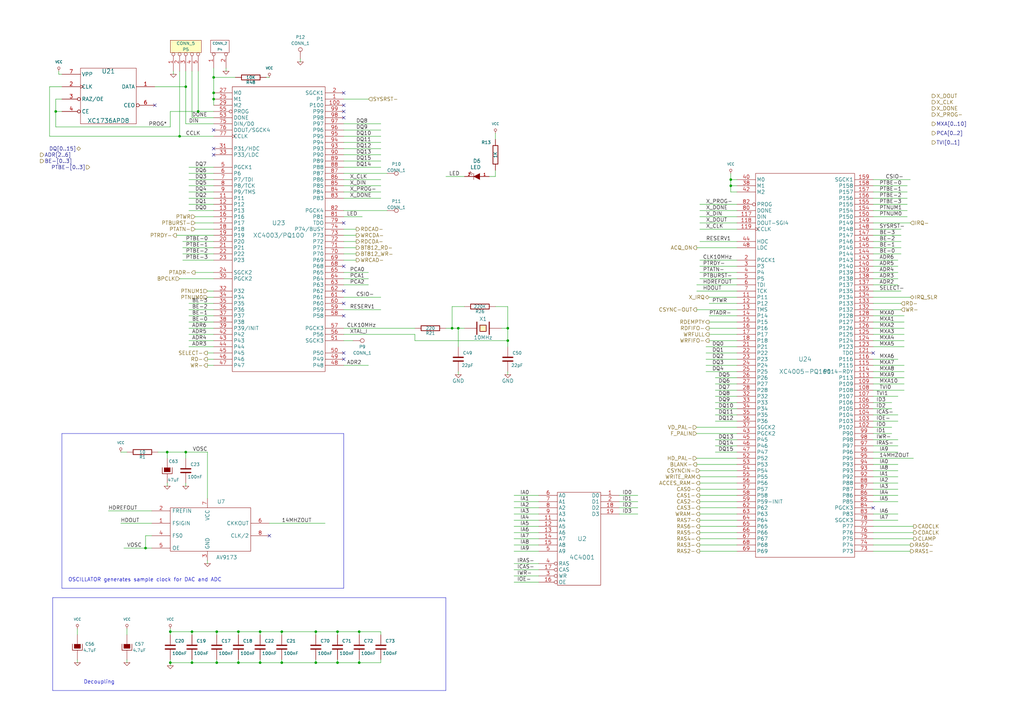
<source format=kicad_sch>
(kicad_sch (version 20200512) (host eeschema "(5.99.0-1735-ga49fde5ce-dirty)")
  (page 1 8)
  (paper "A3")
  (title_block (title "Video") (date "Sun 22 Mar 2015") (rev "2.0B") (company "Kicad EDA") (comment 1 "Xilinxs"))
  (junction (at 22.86 45.72))
  (junction (at 59.69 224.79))
  (junction (at 68.58 185.42))
  (junction (at 69.85 259.08))
  (junction (at 69.85 271.78))
  (junction (at 73.66 55.88))
  (junction (at 76.2 35.56))
  (junction (at 76.2 185.42))
  (junction (at 78.74 259.08))
  (junction (at 78.74 271.78))
  (junction (at 81.28 45.72))
  (junction (at 87.63 31.75))
  (junction (at 87.63 38.1))
  (junction (at 87.63 40.64))
  (junction (at 88.9 259.08))
  (junction (at 88.9 271.78))
  (junction (at 97.79 259.08))
  (junction (at 97.79 271.78))
  (junction (at 106.68 259.08))
  (junction (at 106.68 271.78))
  (junction (at 115.57 259.08))
  (junction (at 115.57 271.78))
  (junction (at 129.54 259.08))
  (junction (at 129.54 271.78))
  (junction (at 138.43 259.08))
  (junction (at 138.43 271.78))
  (junction (at 147.32 259.08))
  (junction (at 147.32 271.78))
  (junction (at 185.42 134.62))
  (junction (at 187.96 134.62))
  (junction (at 208.28 134.62))
  (junction (at 208.28 139.7))
  (junction (at 299.72 73.66))
  (junction (at 299.72 76.2))
  (no_connect (at 140.97 119.38))
  (no_connect (at 87.63 53.34))
  (no_connect (at 140.97 48.26))
  (no_connect (at 358.14 208.28))
  (no_connect (at 63.5 43.18))
  (no_connect (at 140.97 144.78))
  (no_connect (at 140.97 91.44))
  (no_connect (at 140.97 109.22))
  (no_connect (at 140.97 43.18))
  (no_connect (at 87.63 60.96))
  (no_connect (at 358.14 144.78))
  (no_connect (at 140.97 129.54))
  (no_connect (at 140.97 45.72))
  (no_connect (at 87.63 63.5))
  (no_connect (at 140.97 124.46))
  (no_connect (at 110.49 219.71))
  (no_connect (at 140.97 147.32))
  (no_connect (at 140.97 38.1))
  (wire (pts (xy 20.32 35.56) (xy 20.32 55.88)))
  (wire (pts (xy 20.32 55.88) (xy 73.66 55.88)))
  (wire (pts (xy 22.86 40.64) (xy 22.86 45.72)))
  (wire (pts (xy 22.86 45.72) (xy 22.86 52.07)))
  (wire (pts (xy 22.86 52.07) (xy 69.85 52.07)))
  (wire (pts (xy 24.13 29.21) (xy 24.13 30.48)))
  (wire (pts (xy 24.13 30.48) (xy 25.4 30.48)))
  (wire (pts (xy 25.4 35.56) (xy 20.32 35.56)))
  (wire (pts (xy 25.4 40.64) (xy 22.86 40.64)))
  (wire (pts (xy 25.4 45.72) (xy 22.86 45.72)))
  (wire (pts (xy 31.75 257.81) (xy 31.75 260.35)))
  (wire (pts (xy 31.75 271.78) (xy 31.75 270.51)))
  (wire (pts (xy 44.45 209.55) (xy 62.23 209.55)))
  (wire (pts (xy 49.53 214.63) (xy 62.23 214.63)))
  (wire (pts (xy 50.8 224.79) (xy 59.69 224.79)))
  (wire (pts (xy 52.07 185.42) (xy 49.53 185.42)))
  (wire (pts (xy 52.07 257.81) (xy 52.07 260.35)))
  (wire (pts (xy 52.07 271.78) (xy 52.07 270.51)))
  (wire (pts (xy 59.69 219.71) (xy 62.23 219.71)))
  (wire (pts (xy 59.69 224.79) (xy 59.69 219.71)))
  (wire (pts (xy 59.69 224.79) (xy 62.23 224.79)))
  (wire (pts (xy 63.5 35.56) (xy 76.2 35.56)))
  (wire (pts (xy 64.77 185.42) (xy 68.58 185.42)))
  (wire (pts (xy 68.58 185.42) (xy 68.58 187.96)))
  (wire (pts (xy 68.58 185.42) (xy 76.2 185.42)))
  (wire (pts (xy 68.58 199.39) (xy 68.58 198.12)))
  (wire (pts (xy 69.85 45.72) (xy 81.28 45.72)))
  (wire (pts (xy 69.85 52.07) (xy 69.85 45.72)))
  (wire (pts (xy 69.85 257.81) (xy 69.85 259.08)))
  (wire (pts (xy 69.85 259.08) (xy 69.85 260.35)))
  (wire (pts (xy 69.85 259.08) (xy 78.74 259.08)))
  (wire (pts (xy 69.85 270.51) (xy 69.85 271.78)))
  (wire (pts (xy 69.85 271.78) (xy 69.85 273.05)))
  (wire (pts (xy 69.85 271.78) (xy 78.74 271.78)))
  (wire (pts (xy 71.12 30.48) (xy 71.12 29.21)))
  (wire (pts (xy 72.39 96.52) (xy 87.63 96.52)))
  (wire (pts (xy 73.66 29.21) (xy 73.66 55.88)))
  (wire (pts (xy 73.66 55.88) (xy 87.63 55.88)))
  (wire (pts (xy 76.2 29.21) (xy 76.2 35.56)))
  (wire (pts (xy 76.2 35.56) (xy 76.2 50.8)))
  (wire (pts (xy 76.2 50.8) (xy 87.63 50.8)))
  (wire (pts (xy 76.2 185.42) (xy 76.2 187.96)))
  (wire (pts (xy 76.2 185.42) (xy 85.09 185.42)))
  (wire (pts (xy 76.2 199.39) (xy 76.2 198.12)))
  (wire (pts (xy 77.47 68.58) (xy 87.63 68.58)))
  (wire (pts (xy 77.47 71.12) (xy 87.63 71.12)))
  (wire (pts (xy 77.47 73.66) (xy 87.63 73.66)))
  (wire (pts (xy 77.47 76.2) (xy 87.63 76.2)))
  (wire (pts (xy 77.47 78.74) (xy 87.63 78.74)))
  (wire (pts (xy 77.47 81.28) (xy 87.63 81.28)))
  (wire (pts (xy 77.47 83.82) (xy 87.63 83.82)))
  (wire (pts (xy 77.47 86.36) (xy 87.63 86.36)))
  (wire (pts (xy 78.74 29.21) (xy 78.74 48.26)))
  (wire (pts (xy 78.74 48.26) (xy 87.63 48.26)))
  (wire (pts (xy 78.74 259.08) (xy 88.9 259.08)))
  (wire (pts (xy 78.74 260.35) (xy 78.74 259.08)))
  (wire (pts (xy 78.74 270.51) (xy 78.74 271.78)))
  (wire (pts (xy 78.74 271.78) (xy 88.9 271.78)))
  (wire (pts (xy 80.01 88.9) (xy 87.63 88.9)))
  (wire (pts (xy 80.01 91.44) (xy 87.63 91.44)))
  (wire (pts (xy 80.01 93.98) (xy 87.63 93.98)))
  (wire (pts (xy 80.01 111.76) (xy 87.63 111.76)))
  (wire (pts (xy 81.28 29.21) (xy 81.28 45.72)))
  (wire (pts (xy 81.28 45.72) (xy 87.63 45.72)))
  (wire (pts (xy 85.09 119.38) (xy 87.63 119.38)))
  (wire (pts (xy 85.09 121.92) (xy 87.63 121.92)))
  (wire (pts (xy 85.09 144.78) (xy 87.63 144.78)))
  (wire (pts (xy 85.09 147.32) (xy 87.63 147.32)))
  (wire (pts (xy 85.09 149.86) (xy 87.63 149.86)))
  (wire (pts (xy 85.09 185.42) (xy 85.09 204.47)))
  (wire (pts (xy 85.09 229.87) (xy 85.09 231.14)))
  (wire (pts (xy 87.63 27.94) (xy 87.63 31.75)))
  (wire (pts (xy 87.63 31.75) (xy 87.63 38.1)))
  (wire (pts (xy 87.63 38.1) (xy 87.63 40.64)))
  (wire (pts (xy 87.63 40.64) (xy 87.63 43.18)))
  (wire (pts (xy 87.63 99.06) (xy 74.93 99.06)))
  (wire (pts (xy 87.63 101.6) (xy 74.93 101.6)))
  (wire (pts (xy 87.63 104.14) (xy 74.93 104.14)))
  (wire (pts (xy 87.63 106.68) (xy 74.93 106.68)))
  (wire (pts (xy 87.63 114.3) (xy 73.66 114.3)))
  (wire (pts (xy 87.63 124.46) (xy 77.47 124.46)))
  (wire (pts (xy 87.63 127) (xy 77.47 127)))
  (wire (pts (xy 87.63 129.54) (xy 77.47 129.54)))
  (wire (pts (xy 87.63 132.08) (xy 77.47 132.08)))
  (wire (pts (xy 87.63 134.62) (xy 77.47 134.62)))
  (wire (pts (xy 87.63 137.16) (xy 77.47 137.16)))
  (wire (pts (xy 87.63 139.7) (xy 77.47 139.7)))
  (wire (pts (xy 87.63 142.24) (xy 77.47 142.24)))
  (wire (pts (xy 88.9 259.08) (xy 88.9 260.35)))
  (wire (pts (xy 88.9 259.08) (xy 97.79 259.08)))
  (wire (pts (xy 88.9 270.51) (xy 88.9 271.78)))
  (wire (pts (xy 88.9 271.78) (xy 97.79 271.78)))
  (wire (pts (xy 92.71 29.21) (xy 92.71 27.94)))
  (wire (pts (xy 96.52 31.75) (xy 87.63 31.75)))
  (wire (pts (xy 97.79 259.08) (xy 106.68 259.08)))
  (wire (pts (xy 97.79 260.35) (xy 97.79 259.08)))
  (wire (pts (xy 97.79 270.51) (xy 97.79 271.78)))
  (wire (pts (xy 97.79 271.78) (xy 106.68 271.78)))
  (wire (pts (xy 106.68 259.08) (xy 106.68 260.35)))
  (wire (pts (xy 106.68 259.08) (xy 115.57 259.08)))
  (wire (pts (xy 106.68 270.51) (xy 106.68 271.78)))
  (wire (pts (xy 106.68 271.78) (xy 115.57 271.78)))
  (wire (pts (xy 110.49 31.75) (xy 109.22 31.75)))
  (wire (pts (xy 110.49 214.63) (xy 133.35 214.63)))
  (wire (pts (xy 115.57 259.08) (xy 115.57 260.35)))
  (wire (pts (xy 115.57 259.08) (xy 129.54 259.08)))
  (wire (pts (xy 115.57 270.51) (xy 115.57 271.78)))
  (wire (pts (xy 115.57 271.78) (xy 129.54 271.78)))
  (wire (pts (xy 123.19 24.13) (xy 123.19 25.4)))
  (wire (pts (xy 129.54 259.08) (xy 129.54 260.35)))
  (wire (pts (xy 129.54 259.08) (xy 138.43 259.08)))
  (wire (pts (xy 129.54 271.78) (xy 129.54 270.51)))
  (wire (pts (xy 129.54 271.78) (xy 138.43 271.78)))
  (wire (pts (xy 138.43 259.08) (xy 138.43 260.35)))
  (wire (pts (xy 138.43 259.08) (xy 147.32 259.08)))
  (wire (pts (xy 138.43 271.78) (xy 138.43 270.51)))
  (wire (pts (xy 138.43 271.78) (xy 147.32 271.78)))
  (wire (pts (xy 140.97 50.8) (xy 156.21 50.8)))
  (wire (pts (xy 140.97 53.34) (xy 156.21 53.34)))
  (wire (pts (xy 140.97 55.88) (xy 156.21 55.88)))
  (wire (pts (xy 140.97 58.42) (xy 156.21 58.42)))
  (wire (pts (xy 140.97 60.96) (xy 156.21 60.96)))
  (wire (pts (xy 140.97 63.5) (xy 156.21 63.5)))
  (wire (pts (xy 140.97 66.04) (xy 156.21 66.04)))
  (wire (pts (xy 140.97 68.58) (xy 156.21 68.58)))
  (wire (pts (xy 140.97 71.12) (xy 158.75 71.12)))
  (wire (pts (xy 140.97 73.66) (xy 156.21 73.66)))
  (wire (pts (xy 140.97 76.2) (xy 156.21 76.2)))
  (wire (pts (xy 140.97 78.74) (xy 156.21 78.74)))
  (wire (pts (xy 140.97 81.28) (xy 156.21 81.28)))
  (wire (pts (xy 140.97 86.36) (xy 158.75 86.36)))
  (wire (pts (xy 140.97 88.9) (xy 148.59 88.9)))
  (wire (pts (xy 140.97 93.98) (xy 146.05 93.98)))
  (wire (pts (xy 140.97 96.52) (xy 146.05 96.52)))
  (wire (pts (xy 140.97 99.06) (xy 146.05 99.06)))
  (wire (pts (xy 140.97 101.6) (xy 146.05 101.6)))
  (wire (pts (xy 140.97 104.14) (xy 146.05 104.14)))
  (wire (pts (xy 140.97 106.68) (xy 146.05 106.68)))
  (wire (pts (xy 140.97 111.76) (xy 151.13 111.76)))
  (wire (pts (xy 140.97 114.3) (xy 151.13 114.3)))
  (wire (pts (xy 140.97 116.84) (xy 151.13 116.84)))
  (wire (pts (xy 140.97 121.92) (xy 156.21 121.92)))
  (wire (pts (xy 140.97 134.62) (xy 170.18 134.62)))
  (wire (pts (xy 140.97 139.7) (xy 144.78 139.7)))
  (wire (pts (xy 147.32 259.08) (xy 147.32 260.35)))
  (wire (pts (xy 147.32 259.08) (xy 156.21 259.08)))
  (wire (pts (xy 147.32 271.78) (xy 147.32 270.51)))
  (wire (pts (xy 147.32 271.78) (xy 156.21 271.78)))
  (wire (pts (xy 151.13 40.64) (xy 140.97 40.64)))
  (wire (pts (xy 151.13 149.86) (xy 140.97 149.86)))
  (wire (pts (xy 156.21 127) (xy 140.97 127)))
  (wire (pts (xy 156.21 259.08) (xy 156.21 260.35)))
  (wire (pts (xy 156.21 271.78) (xy 156.21 270.51)))
  (wire (pts (xy 170.18 137.16) (xy 140.97 137.16)))
  (wire (pts (xy 170.18 139.7) (xy 170.18 137.16)))
  (wire (pts (xy 182.88 72.39) (xy 190.5 72.39)))
  (wire (pts (xy 182.88 134.62) (xy 185.42 134.62)))
  (wire (pts (xy 185.42 125.73) (xy 185.42 134.62)))
  (wire (pts (xy 185.42 125.73) (xy 190.5 125.73)))
  (wire (pts (xy 185.42 134.62) (xy 187.96 134.62)))
  (wire (pts (xy 187.96 134.62) (xy 187.96 142.24)))
  (wire (pts (xy 187.96 134.62) (xy 190.5 134.62)))
  (wire (pts (xy 187.96 153.67) (xy 187.96 152.4)))
  (wire (pts (xy 200.66 72.39) (xy 203.2 72.39)))
  (wire (pts (xy 203.2 54.61) (xy 203.2 57.15)))
  (wire (pts (xy 203.2 72.39) (xy 203.2 69.85)))
  (wire (pts (xy 203.2 125.73) (xy 208.28 125.73)))
  (wire (pts (xy 205.74 134.62) (xy 208.28 134.62)))
  (wire (pts (xy 208.28 125.73) (xy 208.28 134.62)))
  (wire (pts (xy 208.28 134.62) (xy 208.28 139.7)))
  (wire (pts (xy 208.28 139.7) (xy 170.18 139.7)))
  (wire (pts (xy 208.28 139.7) (xy 208.28 142.24)))
  (wire (pts (xy 208.28 152.4) (xy 208.28 153.67)))
  (wire (pts (xy 220.98 203.2) (xy 210.82 203.2)))
  (wire (pts (xy 220.98 205.74) (xy 210.82 205.74)))
  (wire (pts (xy 220.98 208.28) (xy 210.82 208.28)))
  (wire (pts (xy 220.98 210.82) (xy 210.82 210.82)))
  (wire (pts (xy 220.98 213.36) (xy 210.82 213.36)))
  (wire (pts (xy 220.98 215.9) (xy 210.82 215.9)))
  (wire (pts (xy 220.98 218.44) (xy 210.82 218.44)))
  (wire (pts (xy 220.98 220.98) (xy 210.82 220.98)))
  (wire (pts (xy 220.98 223.52) (xy 210.82 223.52)))
  (wire (pts (xy 220.98 226.06) (xy 210.82 226.06)))
  (wire (pts (xy 220.98 231.14) (xy 210.82 231.14)))
  (wire (pts (xy 220.98 233.68) (xy 210.82 233.68)))
  (wire (pts (xy 220.98 236.22) (xy 210.82 236.22)))
  (wire (pts (xy 220.98 238.76) (xy 210.82 238.76)))
  (wire (pts (xy 254 203.2) (xy 261.62 203.2)))
  (wire (pts (xy 254 205.74) (xy 261.62 205.74)))
  (wire (pts (xy 254 208.28) (xy 261.62 208.28)))
  (wire (pts (xy 254 210.82) (xy 261.62 210.82)))
  (wire (pts (xy 285.75 101.6) (xy 302.26 101.6)))
  (wire (pts (xy 285.75 116.84) (xy 302.26 116.84)))
  (wire (pts (xy 285.75 119.38) (xy 302.26 119.38)))
  (wire (pts (xy 285.75 127) (xy 302.26 127)))
  (wire (pts (xy 285.75 175.26) (xy 302.26 175.26)))
  (wire (pts (xy 285.75 177.8) (xy 302.26 177.8)))
  (wire (pts (xy 285.75 187.96) (xy 302.26 187.96)))
  (wire (pts (xy 285.75 190.5) (xy 302.26 190.5)))
  (wire (pts (xy 287.02 83.82) (xy 302.26 83.82)))
  (wire (pts (xy 287.02 86.36) (xy 302.26 86.36)))
  (wire (pts (xy 287.02 88.9) (xy 302.26 88.9)))
  (wire (pts (xy 287.02 91.44) (xy 302.26 91.44)))
  (wire (pts (xy 287.02 93.98) (xy 302.26 93.98)))
  (wire (pts (xy 287.02 106.68) (xy 302.26 106.68)))
  (wire (pts (xy 287.02 193.04) (xy 302.26 193.04)))
  (wire (pts (xy 287.02 195.58) (xy 302.26 195.58)))
  (wire (pts (xy 287.02 198.12) (xy 302.26 198.12)))
  (wire (pts (xy 287.02 200.66) (xy 302.26 200.66)))
  (wire (pts (xy 287.02 203.2) (xy 302.26 203.2)))
  (wire (pts (xy 287.02 205.74) (xy 302.26 205.74)))
  (wire (pts (xy 287.02 208.28) (xy 302.26 208.28)))
  (wire (pts (xy 287.02 210.82) (xy 302.26 210.82)))
  (wire (pts (xy 287.02 213.36) (xy 302.26 213.36)))
  (wire (pts (xy 287.02 215.9) (xy 302.26 215.9)))
  (wire (pts (xy 287.02 218.44) (xy 302.26 218.44)))
  (wire (pts (xy 287.02 220.98) (xy 302.26 220.98)))
  (wire (pts (xy 287.02 223.52) (xy 302.26 223.52)))
  (wire (pts (xy 287.02 226.06) (xy 302.26 226.06)))
  (wire (pts (xy 290.83 134.62) (xy 302.26 134.62)))
  (wire (pts (xy 290.83 139.7) (xy 302.26 139.7)))
  (wire (pts (xy 293.37 160.02) (xy 302.26 160.02)))
  (wire (pts (xy 293.37 162.56) (xy 302.26 162.56)))
  (wire (pts (xy 293.37 165.1) (xy 302.26 165.1)))
  (wire (pts (xy 293.37 167.64) (xy 302.26 167.64)))
  (wire (pts (xy 293.37 170.18) (xy 302.26 170.18)))
  (wire (pts (xy 293.37 172.72) (xy 302.26 172.72)))
  (wire (pts (xy 293.37 180.34) (xy 302.26 180.34)))
  (wire (pts (xy 293.37 182.88) (xy 302.26 182.88)))
  (wire (pts (xy 293.37 185.42) (xy 302.26 185.42)))
  (wire (pts (xy 299.72 71.12) (xy 299.72 73.66)))
  (wire (pts (xy 299.72 73.66) (xy 299.72 76.2)))
  (wire (pts (xy 299.72 73.66) (xy 302.26 73.66)))
  (wire (pts (xy 299.72 76.2) (xy 299.72 78.74)))
  (wire (pts (xy 299.72 76.2) (xy 302.26 76.2)))
  (wire (pts (xy 299.72 78.74) (xy 302.26 78.74)))
  (wire (pts (xy 302.26 99.06) (xy 287.02 99.06)))
  (wire (pts (xy 302.26 109.22) (xy 287.02 109.22)))
  (wire (pts (xy 302.26 111.76) (xy 287.02 111.76)))
  (wire (pts (xy 302.26 114.3) (xy 287.02 114.3)))
  (wire (pts (xy 302.26 121.92) (xy 290.83 121.92)))
  (wire (pts (xy 302.26 124.46) (xy 290.83 124.46)))
  (wire (pts (xy 302.26 129.54) (xy 290.83 129.54)))
  (wire (pts (xy 302.26 132.08) (xy 290.83 132.08)))
  (wire (pts (xy 302.26 137.16) (xy 290.83 137.16)))
  (wire (pts (xy 302.26 142.24) (xy 289.56 142.24)))
  (wire (pts (xy 302.26 144.78) (xy 289.56 144.78)))
  (wire (pts (xy 302.26 147.32) (xy 289.56 147.32)))
  (wire (pts (xy 302.26 149.86) (xy 289.56 149.86)))
  (wire (pts (xy 302.26 152.4) (xy 289.56 152.4)))
  (wire (pts (xy 302.26 154.94) (xy 293.37 154.94)))
  (wire (pts (xy 302.26 157.48) (xy 293.37 157.48)))
  (wire (pts (xy 358.14 73.66) (xy 373.38 73.66)))
  (wire (pts (xy 358.14 91.44) (xy 373.38 91.44)))
  (wire (pts (xy 358.14 106.68) (xy 368.3 106.68)))
  (wire (pts (xy 358.14 119.38) (xy 369.57 119.38)))
  (wire (pts (xy 358.14 121.92) (xy 373.38 121.92)))
  (wire (pts (xy 358.14 124.46) (xy 369.57 124.46)))
  (wire (pts (xy 358.14 127) (xy 369.57 127)))
  (wire (pts (xy 358.14 129.54) (xy 370.84 129.54)))
  (wire (pts (xy 358.14 132.08) (xy 370.84 132.08)))
  (wire (pts (xy 358.14 134.62) (xy 370.84 134.62)))
  (wire (pts (xy 358.14 137.16) (xy 370.84 137.16)))
  (wire (pts (xy 358.14 139.7) (xy 370.84 139.7)))
  (wire (pts (xy 358.14 142.24) (xy 370.84 142.24)))
  (wire (pts (xy 358.14 147.32) (xy 368.3 147.32)))
  (wire (pts (xy 358.14 149.86) (xy 370.84 149.86)))
  (wire (pts (xy 358.14 152.4) (xy 370.84 152.4)))
  (wire (pts (xy 358.14 154.94) (xy 370.84 154.94)))
  (wire (pts (xy 358.14 157.48) (xy 370.84 157.48)))
  (wire (pts (xy 358.14 160.02) (xy 370.84 160.02)))
  (wire (pts (xy 358.14 162.56) (xy 368.3 162.56)))
  (wire (pts (xy 358.14 165.1) (xy 365.76 165.1)))
  (wire (pts (xy 358.14 167.64) (xy 365.76 167.64)))
  (wire (pts (xy 358.14 175.26) (xy 365.76 175.26)))
  (wire (pts (xy 358.14 177.8) (xy 365.76 177.8)))
  (wire (pts (xy 358.14 187.96) (xy 374.65 187.96)))
  (wire (pts (xy 358.14 215.9) (xy 374.65 215.9)))
  (wire (pts (xy 358.14 218.44) (xy 374.65 218.44)))
  (wire (pts (xy 358.14 220.98) (xy 374.65 220.98)))
  (wire (pts (xy 358.14 223.52) (xy 373.38 223.52)))
  (wire (pts (xy 358.14 226.06) (xy 373.38 226.06)))
  (wire (pts (xy 368.3 109.22) (xy 358.14 109.22)))
  (wire (pts (xy 368.3 111.76) (xy 358.14 111.76)))
  (wire (pts (xy 368.3 114.3) (xy 358.14 114.3)))
  (wire (pts (xy 368.3 116.84) (xy 358.14 116.84)))
  (wire (pts (xy 368.3 170.18) (xy 358.14 170.18)))
  (wire (pts (xy 368.3 172.72) (xy 358.14 172.72)))
  (wire (pts (xy 368.3 180.34) (xy 358.14 180.34)))
  (wire (pts (xy 368.3 182.88) (xy 358.14 182.88)))
  (wire (pts (xy 368.3 185.42) (xy 358.14 185.42)))
  (wire (pts (xy 368.3 190.5) (xy 358.14 190.5)))
  (wire (pts (xy 368.3 193.04) (xy 358.14 193.04)))
  (wire (pts (xy 368.3 195.58) (xy 358.14 195.58)))
  (wire (pts (xy 368.3 198.12) (xy 358.14 198.12)))
  (wire (pts (xy 368.3 200.66) (xy 358.14 200.66)))
  (wire (pts (xy 368.3 203.2) (xy 358.14 203.2)))
  (wire (pts (xy 368.3 205.74) (xy 358.14 205.74)))
  (wire (pts (xy 368.3 210.82) (xy 358.14 210.82)))
  (wire (pts (xy 368.3 213.36) (xy 358.14 213.36)))
  (wire (pts (xy 369.57 93.98) (xy 358.14 93.98)))
  (wire (pts (xy 369.57 96.52) (xy 358.14 96.52)))
  (wire (pts (xy 369.57 99.06) (xy 358.14 99.06)))
  (wire (pts (xy 369.57 101.6) (xy 358.14 101.6)))
  (wire (pts (xy 369.57 104.14) (xy 358.14 104.14)))
  (wire (pts (xy 372.11 76.2) (xy 358.14 76.2)))
  (wire (pts (xy 372.11 78.74) (xy 358.14 78.74)))
  (wire (pts (xy 372.11 81.28) (xy 358.14 81.28)))
  (wire (pts (xy 372.11 83.82) (xy 358.14 83.82)))
  (wire (pts (xy 372.11 86.36) (xy 358.14 86.36)))
  (wire (pts (xy 372.11 88.9) (xy 358.14 88.9)))
  (polyline (pts (xy 21.59 245.11) (xy 182.88 245.11)))
  (polyline (pts (xy 21.59 283.21) (xy 21.59 245.11)))
  (polyline (pts (xy 21.59 283.21) (xy 182.88 283.21)))
  (polyline (pts (xy 25.4 177.8) (xy 140.97 177.8)))
  (polyline (pts (xy 25.4 241.3) (xy 25.4 177.8)))
  (polyline (pts (xy 25.4 241.3) (xy 140.97 241.3)))
  (polyline (pts (xy 140.97 241.3) (xy 140.97 177.8)))
  (polyline (pts (xy 182.88 283.21) (xy 182.88 245.11)))
  (text "OSCILLATOR generates sample clock for DAC and ADC" (at 27.94 238.76 0) (effects (font (size 1.524 1.524)) (justify left bottom)))
  (text "Decoupling" (at 34.29 280.67 0) (effects (font (size 1.524 1.524)) (justify left bottom)))
  (label "HDREFOUT" (at 44.45 209.55 0) (effects (font (size 1.524 1.524))))
  (label "HDOUT" (at 49.53 214.63 0) (effects (font (size 1.524 1.524))))
  (label "VOSC" (at 52.07 224.79 0) (effects (font (size 1.524 1.524))))
  (label "PROG*" (at 60.96 52.07 0) (effects (font (size 1.524 1.524))))
  (label "CCLK" (at 76.2 55.88 0) (effects (font (size 1.524 1.524))))
  (label "PTBE-0" (at 76.2 99.06 0) (effects (font (size 1.524 1.524))))
  (label "PTBE-1" (at 76.2 101.6 0) (effects (font (size 1.524 1.524))))
  (label "PTBE-2" (at 76.2 104.14 0) (effects (font (size 1.524 1.524))))
  (label "PTBE-3" (at 76.2 106.68 0) (effects (font (size 1.524 1.524))))
  (label "DIN" (at 77.47 50.8 0) (effects (font (size 1.524 1.524))))
  (label "DONE" (at 78.74 48.26 0) (effects (font (size 1.524 1.524))))
  (label "BE-3" (at 78.74 124.46 0) (effects (font (size 1.524 1.524))))
  (label "BE-2" (at 78.74 127 0) (effects (font (size 1.524 1.524))))
  (label "BE-1" (at 78.74 129.54 0) (effects (font (size 1.524 1.524))))
  (label "BE-0" (at 78.74 132.08 0) (effects (font (size 1.524 1.524))))
  (label "ADR6" (at 78.74 134.62 0) (effects (font (size 1.524 1.524))))
  (label "ADR5" (at 78.74 137.16 0) (effects (font (size 1.524 1.524))))
  (label "ADR4" (at 78.74 139.7 0) (effects (font (size 1.524 1.524))))
  (label "ADR3" (at 78.74 142.24 0) (effects (font (size 1.524 1.524))))
  (label "DQ7" (at 80.01 68.58 0) (effects (font (size 1.524 1.524))))
  (label "DQ6" (at 80.01 71.12 0) (effects (font (size 1.524 1.524))))
  (label "DQ3" (at 80.01 73.66 0) (effects (font (size 1.524 1.524))))
  (label "DQ5" (at 80.01 76.2 0) (effects (font (size 1.524 1.524))))
  (label "DQ4" (at 80.01 78.74 0) (effects (font (size 1.524 1.524))))
  (label "DQ2" (at 80.01 81.28 0) (effects (font (size 1.524 1.524))))
  (label "DQ1" (at 80.01 83.82 0) (effects (font (size 1.524 1.524))))
  (label "DQ0" (at 80.01 86.36 0) (effects (font (size 1.524 1.524))))
  (label "VOSC" (at 85.09 185.42 180) (effects (font (size 1.524 1.524))))
  (label "14MHZOUT" (at 115.57 214.63 0) (effects (font (size 1.524 1.524))))
  (label "LED" (at 142.24 88.9 0) (effects (font (size 1.524 1.524))))
  (label "CLK10MHz" (at 142.24 134.62 0) (effects (font (size 1.524 1.524))))
  (label "ADR2" (at 142.24 149.86 0) (effects (font (size 1.524 1.524))))
  (label "X_CLK" (at 143.51 73.66 0) (effects (font (size 1.524 1.524))))
  (label "X_DIN" (at 143.51 76.2 0) (effects (font (size 1.524 1.524))))
  (label "X_PROG-" (at 143.51 78.74 0) (effects (font (size 1.524 1.524))))
  (label "X_DONE" (at 143.51 81.28 0) (effects (font (size 1.524 1.524))))
  (label "PCA0" (at 143.51 111.76 0) (effects (font (size 1.524 1.524))))
  (label "PCA1" (at 143.51 114.3 0) (effects (font (size 1.524 1.524))))
  (label "PCA2" (at 143.51 116.84 0) (effects (font (size 1.524 1.524))))
  (label "RESERV1" (at 143.51 127 0) (effects (font (size 1.524 1.524))))
  (label "XTAL_I" (at 143.51 137.16 0) (effects (font (size 1.524 1.524))))
  (label "DQ8" (at 146.05 50.8 0) (effects (font (size 1.524 1.524))))
  (label "DQ9" (at 146.05 53.34 0) (effects (font (size 1.524 1.524))))
  (label "DQ10" (at 146.05 55.88 0) (effects (font (size 1.524 1.524))))
  (label "DQ11" (at 146.05 58.42 0) (effects (font (size 1.524 1.524))))
  (label "DQ12" (at 146.05 60.96 0) (effects (font (size 1.524 1.524))))
  (label "DQ13" (at 146.05 63.5 0) (effects (font (size 1.524 1.524))))
  (label "DQ15" (at 146.05 66.04 0) (effects (font (size 1.524 1.524))))
  (label "DQ14" (at 146.05 68.58 0) (effects (font (size 1.524 1.524))))
  (label "CSIO-" (at 146.05 121.92 0) (effects (font (size 1.524 1.524))))
  (label "LED" (at 184.15 72.39 0) (effects (font (size 1.524 1.524))))
  (label "IRAS-" (at 212.09 231.14 0) (effects (font (size 1.524 1.524))))
  (label "ICAS-" (at 212.09 233.68 0) (effects (font (size 1.524 1.524))))
  (label "IWR-" (at 212.09 236.22 0) (effects (font (size 1.524 1.524))))
  (label "IOE-" (at 212.09 238.76 0) (effects (font (size 1.524 1.524))))
  (label "IA0" (at 213.36 203.2 0) (effects (font (size 1.524 1.524))))
  (label "IA1" (at 213.36 205.74 0) (effects (font (size 1.524 1.524))))
  (label "IA2" (at 213.36 208.28 0) (effects (font (size 1.524 1.524))))
  (label "IA3" (at 213.36 210.82 0) (effects (font (size 1.524 1.524))))
  (label "IA4" (at 213.36 213.36 0) (effects (font (size 1.524 1.524))))
  (label "IA5" (at 213.36 215.9 0) (effects (font (size 1.524 1.524))))
  (label "IA6" (at 213.36 218.44 0) (effects (font (size 1.524 1.524))))
  (label "IA7" (at 213.36 220.98 0) (effects (font (size 1.524 1.524))))
  (label "IA8" (at 213.36 223.52 0) (effects (font (size 1.524 1.524))))
  (label "IA9" (at 213.36 226.06 0) (effects (font (size 1.524 1.524))))
  (label "ID0" (at 255.27 203.2 0) (effects (font (size 1.524 1.524))))
  (label "ID1" (at 255.27 205.74 0) (effects (font (size 1.524 1.524))))
  (label "ID2" (at 255.27 208.28 0) (effects (font (size 1.524 1.524))))
  (label "ID3" (at 255.27 210.82 0) (effects (font (size 1.524 1.524))))
  (label "CLK10MHz" (at 288.29 106.68 0) (effects (font (size 1.524 1.524))))
  (label "PTRDY-" (at 288.29 109.22 0) (effects (font (size 1.524 1.524))))
  (label "PTATN-" (at 288.29 111.76 0) (effects (font (size 1.524 1.524))))
  (label "PTBURST-" (at 288.29 114.3 0) (effects (font (size 1.524 1.524))))
  (label "HDREFOUT" (at 288.29 116.84 0) (effects (font (size 1.524 1.524))))
  (label "HDOUT" (at 288.29 119.38 0) (effects (font (size 1.524 1.524))))
  (label "X_PROG-" (at 289.56 83.82 0) (effects (font (size 1.524 1.524))))
  (label "X_DONE" (at 289.56 86.36 0) (effects (font (size 1.524 1.524))))
  (label "X_DIN" (at 289.56 88.9 0) (effects (font (size 1.524 1.524))))
  (label "X_DOUT" (at 289.56 91.44 0) (effects (font (size 1.524 1.524))))
  (label "X_CLK" (at 289.56 93.98 0) (effects (font (size 1.524 1.524))))
  (label "RESERV1" (at 289.56 99.06 0) (effects (font (size 1.524 1.524))))
  (label "PTADR-" (at 290.83 129.54 0) (effects (font (size 1.524 1.524))))
  (label "PTWR" (at 292.1 124.46 0) (effects (font (size 1.524 1.524))))
  (label "DQ0" (at 292.1 142.24 0) (effects (font (size 1.524 1.524))))
  (label "DQ1" (at 292.1 144.78 0) (effects (font (size 1.524 1.524))))
  (label "DQ2" (at 292.1 147.32 0) (effects (font (size 1.524 1.524))))
  (label "DQ3" (at 292.1 149.86 0) (effects (font (size 1.524 1.524))))
  (label "DQ4" (at 292.1 152.4 0) (effects (font (size 1.524 1.524))))
  (label "DQ5" (at 294.64 154.94 0) (effects (font (size 1.524 1.524))))
  (label "DQ6" (at 294.64 157.48 0) (effects (font (size 1.524 1.524))))
  (label "DQ7" (at 294.64 160.02 0) (effects (font (size 1.524 1.524))))
  (label "DQ8" (at 294.64 162.56 0) (effects (font (size 1.524 1.524))))
  (label "DQ9" (at 294.64 165.1 0) (effects (font (size 1.524 1.524))))
  (label "DQ10" (at 294.64 167.64 0) (effects (font (size 1.524 1.524))))
  (label "DQ11" (at 294.64 170.18 0) (effects (font (size 1.524 1.524))))
  (label "DQ12" (at 294.64 172.72 0) (effects (font (size 1.524 1.524))))
  (label "DQ13" (at 294.64 180.34 0) (effects (font (size 1.524 1.524))))
  (label "DQ14" (at 294.64 182.88 0) (effects (font (size 1.524 1.524))))
  (label "DQ15" (at 294.64 185.42 0) (effects (font (size 1.524 1.524))))
  (label "TVI1" (at 359.41 162.56 0) (effects (font (size 1.524 1.524))))
  (label "ID3" (at 359.41 165.1 0) (effects (font (size 1.524 1.524))))
  (label "ID2" (at 359.41 167.64 0) (effects (font (size 1.524 1.524))))
  (label "ICAS-" (at 359.41 170.18 0) (effects (font (size 1.524 1.524))))
  (label "IOE-" (at 359.41 172.72 0) (effects (font (size 1.524 1.524))))
  (label "ID0" (at 359.41 175.26 0) (effects (font (size 1.524 1.524))))
  (label "ID1" (at 359.41 177.8 0) (effects (font (size 1.524 1.524))))
  (label "IWR-" (at 359.41 180.34 0) (effects (font (size 1.524 1.524))))
  (label "IRAS-" (at 359.41 182.88 0) (effects (font (size 1.524 1.524))))
  (label "PTBE-0" (at 360.68 76.2 0) (effects (font (size 1.524 1.524))))
  (label "PTBE-1" (at 360.68 78.74 0) (effects (font (size 1.524 1.524))))
  (label "PTBE-2" (at 360.68 81.28 0) (effects (font (size 1.524 1.524))))
  (label "PTBE-3" (at 360.68 83.82 0) (effects (font (size 1.524 1.524))))
  (label "PTNUM1" (at 360.68 86.36 0) (effects (font (size 1.524 1.524))))
  (label "PTNUM0" (at 360.68 88.9 0) (effects (font (size 1.524 1.524))))
  (label "SYSRST-" (at 360.68 93.98 0) (effects (font (size 1.524 1.524))))
  (label "BE-3" (at 360.68 96.52 0) (effects (font (size 1.524 1.524))))
  (label "BE-2" (at 360.68 99.06 0) (effects (font (size 1.524 1.524))))
  (label "BE-1" (at 360.68 101.6 0) (effects (font (size 1.524 1.524))))
  (label "BE-0" (at 360.68 104.14 0) (effects (font (size 1.524 1.524))))
  (label "ADR6" (at 360.68 106.68 0) (effects (font (size 1.524 1.524))))
  (label "ADR5" (at 360.68 109.22 0) (effects (font (size 1.524 1.524))))
  (label "ADR4" (at 360.68 111.76 0) (effects (font (size 1.524 1.524))))
  (label "ADR3" (at 360.68 114.3 0) (effects (font (size 1.524 1.524))))
  (label "ADR2" (at 360.68 116.84 0) (effects (font (size 1.524 1.524))))
  (label "SELECT-" (at 360.68 119.38 0) (effects (font (size 1.524 1.524))))
  (label "MXA0" (at 360.68 129.54 0) (effects (font (size 1.524 1.524))))
  (label "MXA1" (at 360.68 132.08 0) (effects (font (size 1.524 1.524))))
  (label "MXA2" (at 360.68 134.62 0) (effects (font (size 1.524 1.524))))
  (label "MXA3" (at 360.68 137.16 0) (effects (font (size 1.524 1.524))))
  (label "MXA4" (at 360.68 139.7 0) (effects (font (size 1.524 1.524))))
  (label "MXA5" (at 360.68 142.24 0) (effects (font (size 1.524 1.524))))
  (label "MXA6" (at 360.68 147.32 0) (effects (font (size 1.524 1.524))))
  (label "MXA7" (at 360.68 149.86 0) (effects (font (size 1.524 1.524))))
  (label "MXA8" (at 360.68 152.4 0) (effects (font (size 1.524 1.524))))
  (label "MXA9" (at 360.68 154.94 0) (effects (font (size 1.524 1.524))))
  (label "MXA10" (at 360.68 157.48 0) (effects (font (size 1.524 1.524))))
  (label "TVI0" (at 360.68 160.02 0) (effects (font (size 1.524 1.524))))
  (label "IA9" (at 360.68 185.42 0) (effects (font (size 1.524 1.524))))
  (label "14MHZOUT" (at 360.68 187.96 0) (effects (font (size 1.524 1.524))))
  (label "IA0" (at 360.68 190.5 0) (effects (font (size 1.524 1.524))))
  (label "IA8" (at 360.68 193.04 0) (effects (font (size 1.524 1.524))))
  (label "IA1" (at 360.68 195.58 0) (effects (font (size 1.524 1.524))))
  (label "IA2" (at 360.68 198.12 0) (effects (font (size 1.524 1.524))))
  (label "IA3" (at 360.68 200.66 0) (effects (font (size 1.524 1.524))))
  (label "IA4" (at 360.68 203.2 0) (effects (font (size 1.524 1.524))))
  (label "IA5" (at 360.68 205.74 0) (effects (font (size 1.524 1.524))))
  (label "IA6" (at 360.68 210.82 0) (effects (font (size 1.524 1.524))))
  (label "IA7" (at 360.68 213.36 0) (effects (font (size 1.524 1.524))))
  (label "CSIO-" (at 363.22 73.66 0) (effects (font (size 1.524 1.524))))
  (hierarchical_label "ADR[2..6]" (shape output) (at 16.51 63.5 0) (effects (font (size 1.524 1.524))))
  (hierarchical_label "BE-[0..3]" (shape output) (at 16.51 66.04 0) (effects (font (size 1.524 1.524))))
  (hierarchical_label "DQ[0..15]" (shape tri_state) (at 33.02 60.96 180) (effects (font (size 1.524 1.524))))
  (hierarchical_label "PTBE-[0..3]" (shape input) (at 36.83 68.58 180) (effects (font (size 1.524 1.524))))
  (hierarchical_label "PTRDY-" (shape output) (at 72.39 96.52 180) (effects (font (size 1.524 1.524))))
  (hierarchical_label "BPCLK" (shape input) (at 73.66 114.3 180) (effects (font (size 1.524 1.524))))
  (hierarchical_label "PTWR" (shape input) (at 80.01 88.9 180) (effects (font (size 1.524 1.524))))
  (hierarchical_label "PTBURST-" (shape input) (at 80.01 91.44 180) (effects (font (size 1.524 1.524))))
  (hierarchical_label "PTATN-" (shape input) (at 80.01 93.98 180) (effects (font (size 1.524 1.524))))
  (hierarchical_label "PTADR-" (shape output) (at 80.01 111.76 180) (effects (font (size 1.524 1.524))))
  (hierarchical_label "PTNUM1" (shape input) (at 85.09 119.38 180) (effects (font (size 1.524 1.524))))
  (hierarchical_label "PTNUM0" (shape input) (at 85.09 121.92 180) (effects (font (size 1.524 1.524))))
  (hierarchical_label "SELECT-" (shape output) (at 85.09 144.78 180) (effects (font (size 1.524 1.524))))
  (hierarchical_label "RD-" (shape output) (at 85.09 147.32 180) (effects (font (size 1.524 1.524))))
  (hierarchical_label "WR-" (shape output) (at 85.09 149.86 180) (effects (font (size 1.524 1.524))))
  (hierarchical_label "RDCAD-" (shape output) (at 146.05 93.98 0) (effects (font (size 1.524 1.524))))
  (hierarchical_label "WRCDA-" (shape output) (at 146.05 96.52 0) (effects (font (size 1.524 1.524))))
  (hierarchical_label "RDCDA-" (shape output) (at 146.05 99.06 0) (effects (font (size 1.524 1.524))))
  (hierarchical_label "BT812_RD-" (shape output) (at 146.05 101.6 0) (effects (font (size 1.524 1.524))))
  (hierarchical_label "BT812_WR-" (shape output) (at 146.05 104.14 0) (effects (font (size 1.524 1.524))))
  (hierarchical_label "WRCAD-" (shape output) (at 146.05 106.68 0) (effects (font (size 1.524 1.524))))
  (hierarchical_label "SYSRST-" (shape input) (at 151.13 40.64 0) (effects (font (size 1.524 1.524))))
  (hierarchical_label "ACQ_ON" (shape output) (at 285.75 101.6 180) (effects (font (size 1.524 1.524))))
  (hierarchical_label "CSYNC-OUT" (shape output) (at 285.75 127 180) (effects (font (size 1.524 1.524))))
  (hierarchical_label "VD_PAL-" (shape input) (at 285.75 175.26 180) (effects (font (size 1.524 1.524))))
  (hierarchical_label "F_PALIN" (shape input) (at 285.75 177.8 180) (effects (font (size 1.524 1.524))))
  (hierarchical_label "HD_PAL-" (shape input) (at 285.75 187.96 180) (effects (font (size 1.524 1.524))))
  (hierarchical_label "BLANK-" (shape output) (at 285.75 190.5 180) (effects (font (size 1.524 1.524))))
  (hierarchical_label "CSYNCIN-" (shape input) (at 287.02 193.04 180) (effects (font (size 1.524 1.524))))
  (hierarchical_label "WRITE_RAM" (shape output) (at 287.02 195.58 180) (effects (font (size 1.524 1.524))))
  (hierarchical_label "ACCES_RAM-" (shape output) (at 287.02 198.12 180) (effects (font (size 1.524 1.524))))
  (hierarchical_label "CAS0-" (shape output) (at 287.02 200.66 180) (effects (font (size 1.524 1.524))))
  (hierarchical_label "CAS1-" (shape output) (at 287.02 203.2 180) (effects (font (size 1.524 1.524))))
  (hierarchical_label "CAS2-" (shape output) (at 287.02 205.74 180) (effects (font (size 1.524 1.524))))
  (hierarchical_label "CAS3-" (shape output) (at 287.02 208.28 180) (effects (font (size 1.524 1.524))))
  (hierarchical_label "WRAM-" (shape output) (at 287.02 210.82 180) (effects (font (size 1.524 1.524))))
  (hierarchical_label "RAS7-" (shape output) (at 287.02 213.36 180) (effects (font (size 1.524 1.524))))
  (hierarchical_label "RAS6-" (shape output) (at 287.02 215.9 180) (effects (font (size 1.524 1.524))))
  (hierarchical_label "RAS5-" (shape output) (at 287.02 218.44 180) (effects (font (size 1.524 1.524))))
  (hierarchical_label "RAS4-" (shape output) (at 287.02 220.98 180) (effects (font (size 1.524 1.524))))
  (hierarchical_label "RAS3-" (shape output) (at 287.02 223.52 180) (effects (font (size 1.524 1.524))))
  (hierarchical_label "RAS2-" (shape output) (at 287.02 226.06 180) (effects (font (size 1.524 1.524))))
  (hierarchical_label "X_IRQ" (shape bidirectional) (at 290.83 121.92 180) (effects (font (size 1.524 1.524))))
  (hierarchical_label "RDEMPTY" (shape output) (at 290.83 132.08 180) (effects (font (size 1.524 1.524))))
  (hierarchical_label "RDFIFO-" (shape output) (at 290.83 134.62 180) (effects (font (size 1.524 1.524))))
  (hierarchical_label "WRFULL" (shape output) (at 290.83 137.16 180) (effects (font (size 1.524 1.524))))
  (hierarchical_label "WRFIFO-" (shape output) (at 290.83 139.7 180) (effects (font (size 1.524 1.524))))
  (hierarchical_label "RD-" (shape input) (at 369.57 124.46 0) (effects (font (size 1.524 1.524))))
  (hierarchical_label "WR-" (shape input) (at 369.57 127 0) (effects (font (size 1.524 1.524))))
  (hierarchical_label "IRQ-" (shape input) (at 373.38 91.44 0) (effects (font (size 1.524 1.524))))
  (hierarchical_label "IRQ_SLR" (shape bidirectional) (at 373.38 121.92 0) (effects (font (size 1.524 1.524))))
  (hierarchical_label "RAS0-" (shape output) (at 373.38 223.52 0) (effects (font (size 1.524 1.524))))
  (hierarchical_label "RAS1-" (shape output) (at 373.38 226.06 0) (effects (font (size 1.524 1.524))))
  (hierarchical_label "CADCLK" (shape output) (at 374.65 215.9 0) (effects (font (size 1.524 1.524))))
  (hierarchical_label "CDACLK" (shape output) (at 374.65 218.44 0) (effects (font (size 1.524 1.524))))
  (hierarchical_label "CLAMP" (shape output) (at 374.65 220.98 0) (effects (font (size 1.524 1.524))))
  (hierarchical_label "X_DOUT" (shape output) (at 382.27 39.37 0) (effects (font (size 1.524 1.524))))
  (hierarchical_label "X_CLK" (shape output) (at 382.27 41.91 0) (effects (font (size 1.524 1.524))))
  (hierarchical_label "X_DONE" (shape output) (at 382.27 44.45 0) (effects (font (size 1.524 1.524))))
  (hierarchical_label "X_PROG-" (shape output) (at 382.27 46.99 0) (effects (font (size 1.524 1.524))))
  (hierarchical_label "MXA[0..10]" (shape output) (at 382.27 50.8 0) (effects (font (size 1.524 1.524))))
  (hierarchical_label "PCA[0..2]" (shape output) (at 382.27 54.61 0) (effects (font (size 1.524 1.524))))
  (hierarchical_label "TVI[0..1]" (shape output) (at 382.27 58.42 0) (effects (font (size 1.524 1.524))))
  (symbol (lib_id "video_schlib:VCC") (at 24.13 29.21 0) (unit 1)
    (property "Reference" "#PWR061" (effects hide))
    (property "Value" "VCC" (at 24.13 25.4 0) (effects (font (size 1.016 1.016))))
  )
  (symbol (lib_id "video_schlib:VCC") (at 31.75 257.81 0) (unit 1)
    (property "Reference" "#VCC073" (effects hide))
    (property "Value" "VCC" (at 31.75 254 0) (effects (font (size 1.016 1.016))))
  )
  (symbol (lib_id "video_schlib:VCC") (at 49.53 185.42 0) (unit 1)
    (property "Reference" "#PWR062" (effects hide))
    (property "Value" "VCC" (at 49.53 181.61 0) (effects (font (size 1.016 1.016))))
  )
  (symbol (lib_id "video_schlib:VCC") (at 52.07 257.81 0) (unit 1)
    (property "Reference" "#VCC072" (effects hide))
    (property "Value" "VCC" (at 52.07 254 0) (effects (font (size 1.016 1.016))))
  )
  (symbol (lib_id "video_schlib:VCC") (at 69.85 257.81 0) (unit 1)
    (property "Reference" "#VCC075" (effects hide))
    (property "Value" "VCC" (at 69.85 254 0) (effects (font (size 1.016 1.016))))
  )
  (symbol (lib_id "video_schlib:VCC") (at 110.49 31.75 0) (unit 1)
    (property "Reference" "#PWR059" (effects hide))
    (property "Value" "VCC" (at 110.49 27.94 0) (effects (font (size 1.016 1.016))))
  )
  (symbol (lib_id "video_schlib:VCC") (at 203.2 54.61 0) (unit 1)
    (property "Reference" "#PWR064" (effects hide))
    (property "Value" "VCC" (at 203.2 50.8 0) (effects (font (size 1.016 1.016))))
  )
  (symbol (lib_id "video_schlib:VCC") (at 299.72 71.12 0) (unit 1)
    (property "Reference" "#VCC074" (effects hide))
    (property "Value" "VCC" (at 299.72 67.31 0) (effects (font (size 1.016 1.016))))
  )
  (symbol (lib_id "video_schlib:GND") (at 31.75 271.78 0) (unit 1)
    (property "Reference" "#GND067" (effects hide))
    (property "Value" "GND" (effects hide))
  )
  (symbol (lib_id "video_schlib:GND") (at 52.07 271.78 0) (unit 1)
    (property "Reference" "#GND068" (effects hide))
    (property "Value" "GND" (effects hide))
  )
  (symbol (lib_id "video_schlib:GND") (at 68.58 199.39 0) (unit 1)
    (property "Reference" "#GND070" (effects hide))
    (property "Value" "GND" (effects hide))
  )
  (symbol (lib_id "video_schlib:GND") (at 69.85 273.05 0) (unit 1)
    (property "Reference" "#GND069" (effects hide))
    (property "Value" "GND" (effects hide))
  )
  (symbol (lib_id "video_schlib:GND") (at 71.12 30.48 0) (unit 1)
    (property "Reference" "#PWR058" (effects hide))
    (property "Value" "GND" (effects hide))
  )
  (symbol (lib_id "video_schlib:GND") (at 76.2 199.39 0) (unit 1)
    (property "Reference" "#PWR063" (effects hide))
    (property "Value" "GND" (effects hide))
  )
  (symbol (lib_id "video_schlib:GND") (at 85.09 231.14 0) (unit 1)
    (property "Reference" "#GND071" (effects hide))
    (property "Value" "GND" (effects hide))
  )
  (symbol (lib_id "video_schlib:GND") (at 92.71 29.21 0) (unit 1)
    (property "Reference" "#PWR060" (effects hide))
    (property "Value" "GND" (effects hide))
  )
  (symbol (lib_id "video_schlib:GND") (at 123.19 25.4 0) (unit 1)
    (property "Reference" "#PWR057" (effects hide))
    (property "Value" "GND" (effects hide))
  )
  (symbol (lib_id "video_schlib:GND") (at 187.96 153.67 0) (unit 1)
    (property "Reference" "#GND065" (effects hide))
    (property "Value" "GND" (at 187.96 156.21 0) (effects (font (size 1.524 1.524))))
  )
  (symbol (lib_id "video_schlib:GND") (at 208.28 153.67 0) (unit 1)
    (property "Reference" "#GND066" (effects hide))
    (property "Value" "GND" (at 208.28 156.21 0) (effects (font (size 1.524 1.524))))
  )
  (symbol (lib_id "video_schlib:CONN_1") (at 123.19 20.32 90) (unit 1)
    (property "Reference" "P12" (at 123.19 15.24 90))
    (property "Value" "CONN_1" (at 123.19 17.78 90))
    (property "Footprint" "Connector_PinHeader_2.54mm:PinHeader_1x01_P2.54mm_Vertical" (effects hide))
  )
  (symbol (lib_id "video_schlib:CONN_1") (at 148.59 139.7 0) (unit 1)
    (property "Reference" "P9" (at 148.59 142.24 0))
    (property "Value" "CONN_1" (at 148.59 144.78 0))
    (property "Footprint" "Connector_PinHeader_2.54mm:PinHeader_1x01_P2.54mm_Vertical" (effects hide))
  )
  (symbol (lib_id "video_schlib:CONN_1") (at 162.56 71.12 0) (unit 1)
    (property "Reference" "P10" (at 162.56 67.31 0))
    (property "Value" "CONN_1" (at 162.56 69.85 0))
    (property "Footprint" "Connector_PinHeader_2.54mm:PinHeader_1x01_P2.54mm_Vertical" (effects hide))
  )
  (symbol (lib_id "video_schlib:CONN_1") (at 162.56 86.36 0) (unit 1)
    (property "Reference" "P11" (at 162.56 82.55 0))
    (property "Value" "CONN_1" (at 162.56 85.09 0))
    (property "Footprint" "Connector_PinHeader_2.54mm:PinHeader_1x01_P2.54mm_Vertical" (effects hide))
  )
  (symbol (lib_id "video_schlib:R") (at 58.42 185.42 270) (unit 1)
    (property "Reference" "R1" (at 58.42 187.452 90))
    (property "Value" "10" (at 58.42 185.42 90))
    (property "Footprint" "Resistor_SMD:R_1206_3216Metric_Pad1.24x1.80mm_HandSolder" (effects hide))
  )
  (symbol (lib_id "video_schlib:R") (at 102.87 31.75 270) (unit 1)
    (property "Reference" "R48" (at 102.87 33.782 90))
    (property "Value" "10K" (at 102.87 31.75 90))
    (property "Footprint" "Resistor_SMD:R_1206_3216Metric_Pad1.24x1.80mm_HandSolder" (effects hide))
  )
  (symbol (lib_id "video_schlib:R") (at 176.53 134.62 270) (unit 1)
    (property "Reference" "R21" (at 176.53 136.652 90))
    (property "Value" "220" (at 176.53 134.62 90))
    (property "Footprint" "Resistor_SMD:R_1206_3216Metric_Pad1.24x1.80mm_HandSolder" (effects hide))
  )
  (symbol (lib_id "video_schlib:R") (at 196.85 125.73 270) (unit 1)
    (property "Reference" "R26" (at 196.85 127.762 90))
    (property "Value" "220K" (at 196.85 125.73 90))
    (property "Footprint" "Resistor_SMD:R_1206_3216Metric_Pad1.24x1.80mm_HandSolder" (effects hide))
  )
  (symbol (lib_id "video_schlib:R") (at 203.2 63.5 0) (unit 1)
    (property "Reference" "R13" (at 199.39 58.42 0))
    (property "Value" "1K" (at 203.2 63.5 90))
    (property "Footprint" "Resistor_SMD:R_1206_3216Metric_Pad1.24x1.80mm_HandSolder" (effects hide))
  )
  (symbol (lib_id "video_schlib:LED") (at 195.58 72.39 180) (unit 1)
    (property "Reference" "D6" (at 195.58 66.04 0) (effects (font (size 1.524 1.524))))
    (property "Value" "LED" (at 195.072 68.58 0) (effects (font (size 1.524 1.524))))
    (property "Footprint" "Discret:LEDV" (effects hide))
  )
  (symbol (lib_id "video_schlib:CP") (at 31.75 265.43 0) (unit 1)
    (property "Reference" "C56" (at 36.83 264.16 0))
    (property "Value" "4.7uF" (at 36.83 266.7 0))
    (property "Footprint" "Capacitor_Tantalum_SMD:CP_EIA-3528-21_Kemet-B_Pad1.63x2.40mm_HandSolder" (effects hide))
  )
  (symbol (lib_id "video_schlib:CP") (at 52.07 265.43 0) (unit 1)
    (property "Reference" "C57" (at 57.15 264.16 0))
    (property "Value" "4.7uF" (at 57.15 266.7 0))
    (property "Footprint" "Capacitor_Tantalum_SMD:CP_EIA-3528-21_Kemet-B_Pad1.63x2.40mm_HandSolder" (effects hide))
  )
  (symbol (lib_id "video_schlib:CP") (at 68.58 193.04 0) (unit 1)
    (property "Reference" "C63" (at 71.12 189.23 0))
    (property "Value" "47uF" (at 71.12 196.85 0))
    (property "Footprint" "Resistor_SMD:R_1210_3225Metric_Pad1.24x2.70mm_HandSolder" (effects hide))
  )
  (symbol (lib_id "video_schlib:C") (at 69.85 265.43 0) (unit 1)
    (property "Reference" "C20" (at 73.66 262.89 0))
    (property "Value" "100nF" (at 73.66 267.97 0))
    (property "Footprint" "Resistor_SMD:R_1206_3216Metric_Pad1.24x1.80mm_HandSolder" (effects hide))
  )
  (symbol (lib_id "video_schlib:C") (at 76.2 193.04 0) (unit 1)
    (property "Reference" "C23" (at 80.01 190.5 0))
    (property "Value" "100nF" (at 80.01 195.58 0))
    (property "Footprint" "Resistor_SMD:R_1206_3216Metric_Pad1.24x1.80mm_HandSolder" (effects hide))
  )
  (symbol (lib_id "video_schlib:C") (at 78.74 265.43 0) (unit 1)
    (property "Reference" "C19" (at 82.55 262.89 0))
    (property "Value" "100nF" (at 82.55 267.97 0))
    (property "Footprint" "Resistor_SMD:R_1206_3216Metric_Pad1.24x1.80mm_HandSolder" (effects hide))
  )
  (symbol (lib_id "video_schlib:C") (at 88.9 265.43 0) (unit 1)
    (property "Reference" "C17" (at 92.71 262.89 0))
    (property "Value" "100nF" (at 92.71 267.97 0))
    (property "Footprint" "Resistor_SMD:R_1206_3216Metric_Pad1.24x1.80mm_HandSolder" (effects hide))
  )
  (symbol (lib_id "video_schlib:C") (at 97.79 265.43 0) (unit 1)
    (property "Reference" "C18" (at 101.6 262.89 0))
    (property "Value" "100nF" (at 101.6 267.97 0))
    (property "Footprint" "Resistor_SMD:R_1206_3216Metric_Pad1.24x1.80mm_HandSolder" (effects hide))
  )
  (symbol (lib_id "video_schlib:C") (at 106.68 265.43 0) (unit 1)
    (property "Reference" "C22" (at 110.49 262.89 0))
    (property "Value" "100nF" (at 110.49 267.97 0))
    (property "Footprint" "Resistor_SMD:R_1206_3216Metric_Pad1.24x1.80mm_HandSolder" (effects hide))
  )
  (symbol (lib_id "video_schlib:C") (at 115.57 265.43 0) (unit 1)
    (property "Reference" "C21" (at 119.38 262.89 0))
    (property "Value" "100nF" (at 119.38 267.97 0))
    (property "Footprint" "Resistor_SMD:R_1206_3216Metric_Pad1.24x1.80mm_HandSolder" (effects hide))
  )
  (symbol (lib_id "video_schlib:C") (at 129.54 265.43 0) (unit 1)
    (property "Reference" "C70" (at 133.35 262.89 0))
    (property "Value" "100nF" (at 133.35 267.97 0))
    (property "Footprint" "Resistor_SMD:R_1206_3216Metric_Pad1.24x1.80mm_HandSolder" (effects hide))
  )
  (symbol (lib_id "video_schlib:C") (at 138.43 265.43 0) (unit 1)
    (property "Reference" "C71" (at 142.24 262.89 0))
    (property "Value" "100nF" (at 142.24 267.97 0))
    (property "Footprint" "Resistor_SMD:R_1206_3216Metric_Pad1.24x1.80mm_HandSolder" (effects hide))
  )
  (symbol (lib_id "video_schlib:C") (at 147.32 265.43 0) (unit 1)
    (property "Reference" "C72" (at 151.13 262.89 0))
    (property "Value" "100nF" (at 151.13 267.97 0))
    (property "Footprint" "Resistor_SMD:R_1206_3216Metric_Pad1.24x1.80mm_HandSolder" (effects hide))
  )
  (symbol (lib_id "video_schlib:C") (at 156.21 265.43 0) (unit 1)
    (property "Reference" "C73" (at 160.02 262.89 0))
    (property "Value" "100nF" (at 160.02 267.97 0))
    (property "Footprint" "Resistor_SMD:R_1206_3216Metric_Pad1.24x1.80mm_HandSolder" (effects hide))
  )
  (symbol (lib_id "video_schlib:C") (at 187.96 147.32 0) (unit 1)
    (property "Reference" "C49" (at 191.77 144.78 0))
    (property "Value" "22pF" (at 191.77 149.86 0))
    (property "Footprint" "Capacitor_THT:C_Disc_D3.0mm_W2.0mm_P2.50mm" (effects hide))
  )
  (symbol (lib_id "video_schlib:C") (at 208.28 147.32 0) (unit 1)
    (property "Reference" "C50" (at 212.09 144.78 0))
    (property "Value" "22pF" (at 212.09 149.86 0))
    (property "Footprint" "Capacitor_THT:C_Disc_D3.0mm_W2.0mm_P2.50mm" (effects hide))
  )
  (symbol (lib_id "video_schlib:CRYSTAL") (at 198.12 134.62 0) (unit 1)
    (property "Reference" "X1" (at 198.12 130.81 0) (effects (font (size 1.524 1.524))))
    (property "Value" "10MHz" (at 198.12 138.43 0) (effects (font (size 1.524 1.524))))
    (property "Footprint" "Crystal:Crystal_HC18-U_Vertical" (effects hide))
  )
  (symbol (lib_id "video_schlib:CONN_2") (at 90.17 19.05 90) (unit 1)
    (property "Reference" "P4" (at 90.17 20.32 90) (effects (font (size 1.016 1.016))))
    (property "Value" "CONN_2" (at 90.17 17.78 90) (effects (font (size 1.016 1.016))))
    (property "Footprint" "Connector_PinHeader_2.54mm:PinHeader_1x02_P2.54mm_Vertical" (effects hide))
  )
  (symbol (lib_id "video_schlib:CONN_5") (at 76.2 19.05 90) (unit 1)
    (property "Reference" "P5" (at 76.2 20.32 90))
    (property "Value" "CONN_5" (at 76.2 17.78 90))
    (property "Footprint" "Connector_PinHeader_2.54mm:PinHeader_1x05_P2.54mm_Vertical" (effects hide))
  )
  (symbol (lib_id "video_schlib:XC1736APD8") (at 44.45 39.37 0) (unit 1)
    (property "Reference" "U21" (at 44.45 29.21 0) (effects (font (size 1.778 1.778))))
    (property "Value" "XC1736APD8" (at 44.45 49.53 0) (effects (font (size 1.778 1.778))))
    (property "Footprint" "Package_DIP:DIP-8_W7.62mm" (effects hide))
  )
  (symbol (lib_id "video_schlib:AV9173") (at 86.36 217.17 0) (unit 1)
    (property "Reference" "U7" (at 90.678 205.74 0) (effects (font (size 1.524 1.524))))
    (property "Value" "AV9173" (at 92.964 228.6 0) (effects (font (size 1.524 1.524))))
    (property "Footprint" "Package_SO:SSOP-8_3.95x5.21x3.27mm_P1.27mm" (effects hide))
  )
  (symbol (lib_id "video_schlib:4C4001") (at 237.49 220.98 0) (unit 1)
    (property "Reference" "U2" (at 238.76 220.98 0) (effects (font (size 1.778 1.778))))
    (property "Value" "4C4001" (at 238.76 228.6 0) (effects (font (size 1.778 1.778))))
    (property "Footprint" "Package_SO:SOIC-28W_7.5x17.9mm_P1.27mm" (effects hide))
  )
  (symbol (lib_id "video_schlib:XC4005-PQ100") (at 114.3 93.98 0) (unit 1)
    (property "Reference" "U23" (at 114.3 91.44 0) (effects (font (size 1.778 1.778))))
    (property "Value" "XC4003/PQ100" (at 114.3 96.52 0) (effects (font (size 1.778 1.778))))
    (property "Footprint" "Package_QFP:PQFP-100_14x20mm_P0.65mm" (effects hide))
  )
  (symbol (lib_id "video_schlib:XC4005-PQ160") (at 330.2 149.86 0) (unit 1)
    (property "Reference" "U24" (at 330.2 147.32 0) (effects (font (size 1.778 1.778))))
    (property "Value" "XC4005-PQ160" (at 330.2 152.4 0) (effects (font (size 1.778 1.778))))
    (property "Footprint" "Package_QFP:PQFP-160_28x28mm_P0.65mm" (effects hide))
  )
)
</source>
